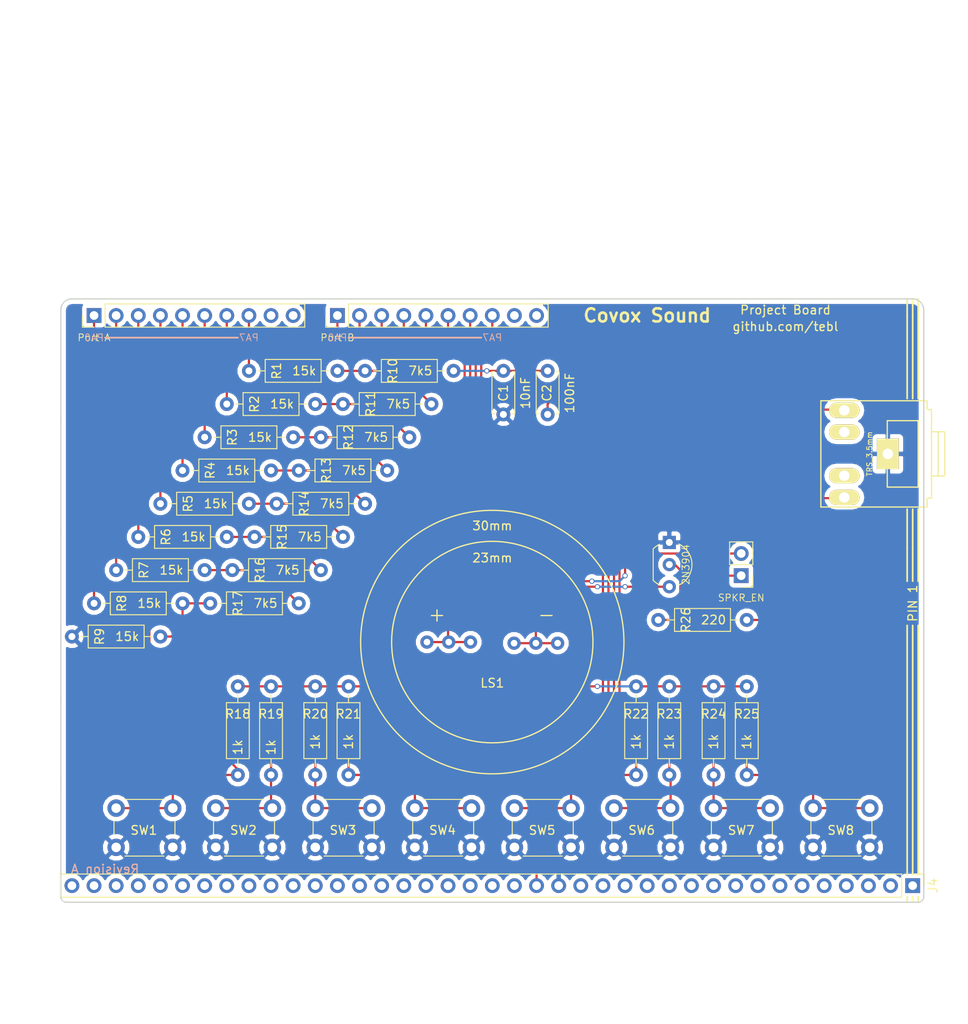
<source format=kicad_pcb>
(kicad_pcb (version 4) (host pcbnew 4.0.7)
  (layers (0 F.Cu signal) (31 B.Cu signal) (34 B.Paste user) (35 F.Paste user) (36 B.SilkS user) (37 F.SilkS user) (38 B.Mask user) (39 F.Mask user) (44 Edge.Cuts user))
  (net 0 "")
  (net 1 GND)
  (net 2 VCC)
  (net 3 "Net-(R13-Pad1)")
  (net 4 "Net-(R14-Pad1)")
  (net 5 "Net-(C1-Pad1)")
  (net 6 /PA0)
  (net 7 /PA1)
  (net 8 /PA2)
  (net 9 /PA3)
  (net 10 /PA4)
  (net 11 /PA5)
  (net 12 /PA6)
  (net 13 /PA7)
  (net 14 /PB0)
  (net 15 /PB1)
  (net 16 /PB2)
  (net 17 /PB3)
  (net 18 /PB4)
  (net 19 /PB5)
  (net 20 /PB6)
  (net 21 /PB7)
  (net 22 "Net-(R1-Pad2)")
  (net 23 "Net-(R11-Pad1)")
  (net 24 "Net-(R12-Pad1)")
  (net 25 "Net-(R15-Pad1)")
  (net 26 "Net-(R16-Pad1)")
  (net 27 "Net-(R17-Pad1)")
  (net 28 "Net-(LS1-Pad2)")
  (net 29 "Net-(JP1-Pad2)")
  (net 30 "Net-(Q1-Pad2)")
  (net 31 "Net-(C2-Pad2)")
  (module Capacitors_THT:C_Disc_D4.7mm_W2.5mm_P5.00mm (layer F.Cu) (at 151.13 86.36 270)
    (fp_text reference C1 (at 2.54 0 270) (layer F.SilkS))
    (fp_text value 10nF (at 2.54 -2.54 270) (layer F.SilkS))
    (pad 1 thru_hole circle (at 0 0 270) (size 1.6 1.6) (drill 0.8) (layers *.Cu *.Mask) (net 5 "Net-(C1-Pad1)"))
    (pad 2 thru_hole circle (at 5 0 270) (size 1.6 1.6) (drill 0.8) (layers *.Cu *.Mask) (net 1 GND))
  )
  (module Capacitors_THT:C_Disc_D4.7mm_W2.5mm_P5.00mm (layer F.Cu) (at 156.21 86.36 270)
    (fp_text reference C2 (at 2.54 0.084999 270) (layer F.SilkS))
    (fp_text value 100nF (at 2.54 -2.54 270) (layer F.SilkS))
    (pad 1 thru_hole circle (at 0 0 270) (size 1.6 1.6) (drill 0.8) (layers *.Cu *.Mask) (net 5 "Net-(C1-Pad1)"))
    (pad 2 thru_hole circle (at 5 0 270) (size 1.6 1.6) (drill 0.8) (layers *.Cu *.Mask) (net 31 "Net-(C2-Pad2)"))
  )
  (module Resistors_THT:R_Axial_DIN0207_L6.3mm_D2.5mm_P10.16mm_Horizontal (layer F.Cu) (at 133.35 132.715 90)
    (fp_text reference R21 (at 6.985 0 180) (layer F.SilkS))
    (fp_text value 1k (at 3.81 0 90) (layer F.SilkS))
    (pad 1 thru_hole circle (at 0 0 90) (size 1.6 1.6) (drill 0.8) (layers *.Cu *.Mask) (net 17 /PB3))
    (pad 2 thru_hole oval (at 10.16 0 90) (size 1.6 1.6) (drill 0.8) (layers *.Cu *.Mask) (net 2 VCC))
  )
  (module Resistors_THT:R_Axial_DIN0207_L6.3mm_D2.5mm_P10.16mm_Horizontal (layer F.Cu) (at 135.255 86.36)
    (fp_text reference R10 (at 3.175 0 90) (layer F.SilkS))
    (fp_text value 7k5 (at 6.35 0) (layer F.SilkS))
    (pad 1 thru_hole circle (at 0 0) (size 1.6 1.6) (drill 0.8) (layers *.Cu *.Mask) (net 22 "Net-(R1-Pad2)"))
    (pad 2 thru_hole oval (at 10.16 0) (size 1.6 1.6) (drill 0.8) (layers *.Cu *.Mask) (net 5 "Net-(C1-Pad1)"))
  )
  (module Buttons_Switches_THT:SW_PUSH_6mm (layer F.Cu) (at 106.68 136.525)
    (fp_text reference SW1 (at 3.175 2.54) (layer F.SilkS))
    (fp_text value SW_Push)
    (pad 2 thru_hole circle (at 0 4.5 90) (size 2 2) (drill 1.1) (layers *.Cu *.Mask) (net 1 GND))
    (pad 1 thru_hole circle (at 0 0 90) (size 2 2) (drill 1.1) (layers *.Cu *.Mask) (net 14 /PB0))
    (pad 2 thru_hole circle (at 6.5 4.5 90) (size 2 2) (drill 1.1) (layers *.Cu *.Mask) (net 1 GND))
    (pad 1 thru_hole circle (at 6.5 0 90) (size 2 2) (drill 1.1) (layers *.Cu *.Mask) (net 14 /PB0))
  )
  (module Buttons_Switches_THT:SW_PUSH_6mm (layer F.Cu) (at 118.11 136.525)
    (fp_text reference SW2 (at 3.175 2.54) (layer F.SilkS))
    (fp_text value SW_Push)
    (pad 2 thru_hole circle (at 0 4.5 90) (size 2 2) (drill 1.1) (layers *.Cu *.Mask) (net 1 GND))
    (pad 1 thru_hole circle (at 0 0 90) (size 2 2) (drill 1.1) (layers *.Cu *.Mask) (net 15 /PB1))
    (pad 2 thru_hole circle (at 6.5 4.5 90) (size 2 2) (drill 1.1) (layers *.Cu *.Mask) (net 1 GND))
    (pad 1 thru_hole circle (at 6.5 0 90) (size 2 2) (drill 1.1) (layers *.Cu *.Mask) (net 15 /PB1))
  )
  (module Resistors_THT:R_Axial_DIN0207_L6.3mm_D2.5mm_P10.16mm_Horizontal (layer F.Cu) (at 120.65 132.715 90)
    (fp_text reference R18 (at 6.985 0 180) (layer F.SilkS))
    (fp_text value 1k (at 3.175 0 90) (layer F.SilkS))
    (pad 1 thru_hole circle (at 0 0 90) (size 1.6 1.6) (drill 0.8) (layers *.Cu *.Mask) (net 14 /PB0))
    (pad 2 thru_hole oval (at 10.16 0 90) (size 1.6 1.6) (drill 0.8) (layers *.Cu *.Mask) (net 2 VCC))
  )
  (module Resistors_THT:R_Axial_DIN0207_L6.3mm_D2.5mm_P10.16mm_Horizontal (layer F.Cu) (at 124.46 132.715 90)
    (fp_text reference R19 (at 6.985 0 180) (layer F.SilkS))
    (fp_text value 1k (at 3.175 0 90) (layer F.SilkS))
    (pad 1 thru_hole circle (at 0 0 90) (size 1.6 1.6) (drill 0.8) (layers *.Cu *.Mask) (net 15 /PB1))
    (pad 2 thru_hole oval (at 10.16 0 90) (size 1.6 1.6) (drill 0.8) (layers *.Cu *.Mask) (net 2 VCC))
  )
  (module Resistors_THT:R_Axial_DIN0207_L6.3mm_D2.5mm_P10.16mm_Horizontal (layer F.Cu) (at 121.92 86.36)
    (fp_text reference R1 (at 3.175 0 90) (layer F.SilkS))
    (fp_text value 15k (at 6.35 0) (layer F.SilkS))
    (pad 1 thru_hole circle (at 0 0) (size 1.6 1.6) (drill 0.8) (layers *.Cu *.Mask) (net 13 /PA7))
    (pad 2 thru_hole oval (at 10.16 0) (size 1.6 1.6) (drill 0.8) (layers *.Cu *.Mask) (net 22 "Net-(R1-Pad2)"))
  )
  (module Resistors_THT:R_Axial_DIN0207_L6.3mm_D2.5mm_P10.16mm_Horizontal (layer F.Cu) (at 119.38 90.17)
    (fp_text reference R2 (at 3.175 0 90) (layer F.SilkS))
    (fp_text value 15k (at 6.35 0) (layer F.SilkS))
    (pad 1 thru_hole circle (at 0 0) (size 1.6 1.6) (drill 0.8) (layers *.Cu *.Mask) (net 12 /PA6))
    (pad 2 thru_hole oval (at 10.16 0) (size 1.6 1.6) (drill 0.8) (layers *.Cu *.Mask) (net 23 "Net-(R11-Pad1)"))
  )
  (module Resistors_THT:R_Axial_DIN0207_L6.3mm_D2.5mm_P10.16mm_Horizontal (layer F.Cu) (at 116.84 93.98)
    (fp_text reference R3 (at 3.175 0 90) (layer F.SilkS))
    (fp_text value 15k (at 6.35 0) (layer F.SilkS))
    (pad 1 thru_hole circle (at 0 0) (size 1.6 1.6) (drill 0.8) (layers *.Cu *.Mask) (net 11 /PA5))
    (pad 2 thru_hole oval (at 10.16 0) (size 1.6 1.6) (drill 0.8) (layers *.Cu *.Mask) (net 24 "Net-(R12-Pad1)"))
  )
  (module Resistors_THT:R_Axial_DIN0207_L6.3mm_D2.5mm_P10.16mm_Horizontal (layer F.Cu) (at 114.3 97.79)
    (fp_text reference R4 (at 3.175 0 90) (layer F.SilkS))
    (fp_text value 15k (at 6.35 0) (layer F.SilkS))
    (pad 1 thru_hole circle (at 0 0) (size 1.6 1.6) (drill 0.8) (layers *.Cu *.Mask) (net 10 /PA4))
    (pad 2 thru_hole oval (at 10.16 0) (size 1.6 1.6) (drill 0.8) (layers *.Cu *.Mask) (net 3 "Net-(R13-Pad1)"))
  )
  (module Resistors_THT:R_Axial_DIN0207_L6.3mm_D2.5mm_P10.16mm_Horizontal (layer F.Cu) (at 111.76 101.6)
    (fp_text reference R5 (at 3.175 0 90) (layer F.SilkS))
    (fp_text value 15k (at 6.35 0) (layer F.SilkS))
    (pad 1 thru_hole circle (at 0 0) (size 1.6 1.6) (drill 0.8) (layers *.Cu *.Mask) (net 9 /PA3))
    (pad 2 thru_hole oval (at 10.16 0) (size 1.6 1.6) (drill 0.8) (layers *.Cu *.Mask) (net 4 "Net-(R14-Pad1)"))
  )
  (module Resistors_THT:R_Axial_DIN0207_L6.3mm_D2.5mm_P10.16mm_Horizontal (layer F.Cu) (at 109.22 105.41)
    (fp_text reference R6 (at 3.175 0 90) (layer F.SilkS))
    (fp_text value 15k (at 6.35 0) (layer F.SilkS))
    (pad 1 thru_hole circle (at 0 0) (size 1.6 1.6) (drill 0.8) (layers *.Cu *.Mask) (net 8 /PA2))
    (pad 2 thru_hole oval (at 10.16 0) (size 1.6 1.6) (drill 0.8) (layers *.Cu *.Mask) (net 25 "Net-(R15-Pad1)"))
  )
  (module Resistors_THT:R_Axial_DIN0207_L6.3mm_D2.5mm_P10.16mm_Horizontal (layer F.Cu) (at 106.68 109.22)
    (fp_text reference R7 (at 3.175 0 90) (layer F.SilkS))
    (fp_text value 15k (at 6.35 0) (layer F.SilkS))
    (pad 1 thru_hole circle (at 0 0) (size 1.6 1.6) (drill 0.8) (layers *.Cu *.Mask) (net 7 /PA1))
    (pad 2 thru_hole oval (at 10.16 0) (size 1.6 1.6) (drill 0.8) (layers *.Cu *.Mask) (net 26 "Net-(R16-Pad1)"))
  )
  (module Resistors_THT:R_Axial_DIN0207_L6.3mm_D2.5mm_P10.16mm_Horizontal (layer F.Cu) (at 104.14 113.03)
    (fp_text reference R8 (at 3.175 0 90) (layer F.SilkS))
    (fp_text value 15k (at 6.35 0) (layer F.SilkS))
    (pad 1 thru_hole circle (at 0 0) (size 1.6 1.6) (drill 0.8) (layers *.Cu *.Mask) (net 6 /PA0))
    (pad 2 thru_hole oval (at 10.16 0) (size 1.6 1.6) (drill 0.8) (layers *.Cu *.Mask) (net 27 "Net-(R17-Pad1)"))
  )
  (module Resistors_THT:R_Axial_DIN0207_L6.3mm_D2.5mm_P10.16mm_Horizontal (layer F.Cu) (at 101.6 116.84)
    (fp_text reference R9 (at 3.175 0 90) (layer F.SilkS))
    (fp_text value 15k (at 6.35 0) (layer F.SilkS))
    (pad 1 thru_hole circle (at 0 0) (size 1.6 1.6) (drill 0.8) (layers *.Cu *.Mask) (net 1 GND))
    (pad 2 thru_hole oval (at 10.16 0) (size 1.6 1.6) (drill 0.8) (layers *.Cu *.Mask) (net 27 "Net-(R17-Pad1)"))
  )
  (module Resistors_THT:R_Axial_DIN0207_L6.3mm_D2.5mm_P10.16mm_Horizontal (layer F.Cu) (at 129.54 132.715 90)
    (fp_text reference R20 (at 6.985 0 180) (layer F.SilkS))
    (fp_text value 1k (at 3.81 0 90) (layer F.SilkS))
    (pad 1 thru_hole circle (at 0 0 90) (size 1.6 1.6) (drill 0.8) (layers *.Cu *.Mask) (net 16 /PB2))
    (pad 2 thru_hole oval (at 10.16 0 90) (size 1.6 1.6) (drill 0.8) (layers *.Cu *.Mask) (net 2 VCC))
  )
  (module Resistors_THT:R_Axial_DIN0207_L6.3mm_D2.5mm_P10.16mm_Horizontal (layer F.Cu) (at 132.715 90.17)
    (fp_text reference R11 (at 3.175 0 90) (layer F.SilkS))
    (fp_text value 7k5 (at 6.35 0) (layer F.SilkS))
    (pad 1 thru_hole circle (at 0 0) (size 1.6 1.6) (drill 0.8) (layers *.Cu *.Mask) (net 23 "Net-(R11-Pad1)"))
    (pad 2 thru_hole oval (at 10.16 0) (size 1.6 1.6) (drill 0.8) (layers *.Cu *.Mask) (net 22 "Net-(R1-Pad2)"))
  )
  (module Resistors_THT:R_Axial_DIN0207_L6.3mm_D2.5mm_P10.16mm_Horizontal (layer F.Cu) (at 130.175 93.98)
    (fp_text reference R12 (at 3.175 0 90) (layer F.SilkS))
    (fp_text value 7k5 (at 6.35 0) (layer F.SilkS))
    (pad 1 thru_hole circle (at 0 0) (size 1.6 1.6) (drill 0.8) (layers *.Cu *.Mask) (net 24 "Net-(R12-Pad1)"))
    (pad 2 thru_hole oval (at 10.16 0) (size 1.6 1.6) (drill 0.8) (layers *.Cu *.Mask) (net 23 "Net-(R11-Pad1)"))
  )
  (module Resistors_THT:R_Axial_DIN0207_L6.3mm_D2.5mm_P10.16mm_Horizontal (layer F.Cu) (at 127.635 97.79)
    (fp_text reference R13 (at 3.175 0 90) (layer F.SilkS))
    (fp_text value 7k5 (at 6.35 0) (layer F.SilkS))
    (pad 1 thru_hole circle (at 0 0) (size 1.6 1.6) (drill 0.8) (layers *.Cu *.Mask) (net 3 "Net-(R13-Pad1)"))
    (pad 2 thru_hole oval (at 10.16 0) (size 1.6 1.6) (drill 0.8) (layers *.Cu *.Mask) (net 24 "Net-(R12-Pad1)"))
  )
  (module Resistors_THT:R_Axial_DIN0207_L6.3mm_D2.5mm_P10.16mm_Horizontal (layer F.Cu) (at 125.095 101.6)
    (fp_text reference R14 (at 3.175 0 90) (layer F.SilkS))
    (fp_text value 7k5 (at 6.35 0) (layer F.SilkS))
    (pad 1 thru_hole circle (at 0 0) (size 1.6 1.6) (drill 0.8) (layers *.Cu *.Mask) (net 4 "Net-(R14-Pad1)"))
    (pad 2 thru_hole oval (at 10.16 0) (size 1.6 1.6) (drill 0.8) (layers *.Cu *.Mask) (net 3 "Net-(R13-Pad1)"))
  )
  (module Resistors_THT:R_Axial_DIN0207_L6.3mm_D2.5mm_P10.16mm_Horizontal (layer F.Cu) (at 122.555 105.41)
    (fp_text reference R15 (at 3.175 0 90) (layer F.SilkS))
    (fp_text value 7k5 (at 6.35 0) (layer F.SilkS))
    (pad 1 thru_hole circle (at 0 0) (size 1.6 1.6) (drill 0.8) (layers *.Cu *.Mask) (net 25 "Net-(R15-Pad1)"))
    (pad 2 thru_hole oval (at 10.16 0) (size 1.6 1.6) (drill 0.8) (layers *.Cu *.Mask) (net 4 "Net-(R14-Pad1)"))
  )
  (module Resistors_THT:R_Axial_DIN0207_L6.3mm_D2.5mm_P10.16mm_Horizontal (layer F.Cu) (at 120.015 109.22)
    (fp_text reference R16 (at 3.175 0 90) (layer F.SilkS))
    (fp_text value 7k5 (at 6.35 0) (layer F.SilkS))
    (pad 1 thru_hole circle (at 0 0) (size 1.6 1.6) (drill 0.8) (layers *.Cu *.Mask) (net 26 "Net-(R16-Pad1)"))
    (pad 2 thru_hole oval (at 10.16 0) (size 1.6 1.6) (drill 0.8) (layers *.Cu *.Mask) (net 25 "Net-(R15-Pad1)"))
  )
  (module Resistors_THT:R_Axial_DIN0207_L6.3mm_D2.5mm_P10.16mm_Horizontal (layer F.Cu) (at 117.475 113.03)
    (fp_text reference R17 (at 3.175 0 90) (layer F.SilkS))
    (fp_text value 7k5 (at 6.35 0) (layer F.SilkS))
    (pad 1 thru_hole circle (at 0 0) (size 1.6 1.6) (drill 0.8) (layers *.Cu *.Mask) (net 27 "Net-(R17-Pad1)"))
    (pad 2 thru_hole oval (at 10.16 0) (size 1.6 1.6) (drill 0.8) (layers *.Cu *.Mask) (net 26 "Net-(R16-Pad1)"))
  )
  (module Resistors_THT:R_Axial_DIN0207_L6.3mm_D2.5mm_P10.16mm_Horizontal (layer F.Cu) (at 166.37 132.715 90)
    (fp_text reference R22 (at 6.985 0 180) (layer F.SilkS))
    (fp_text value 1k (at 3.81 0 90) (layer F.SilkS))
    (pad 1 thru_hole circle (at 0 0 90) (size 1.6 1.6) (drill 0.8) (layers *.Cu *.Mask) (net 18 /PB4))
    (pad 2 thru_hole oval (at 10.16 0 90) (size 1.6 1.6) (drill 0.8) (layers *.Cu *.Mask) (net 2 VCC))
  )
  (module Resistors_THT:R_Axial_DIN0207_L6.3mm_D2.5mm_P10.16mm_Horizontal (layer F.Cu) (at 170.18 132.715 90)
    (fp_text reference R23 (at 6.985 0 180) (layer F.SilkS))
    (fp_text value 1k (at 3.81 0 90) (layer F.SilkS))
    (pad 1 thru_hole circle (at 0 0 90) (size 1.6 1.6) (drill 0.8) (layers *.Cu *.Mask) (net 19 /PB5))
    (pad 2 thru_hole oval (at 10.16 0 90) (size 1.6 1.6) (drill 0.8) (layers *.Cu *.Mask) (net 2 VCC))
  )
  (module Resistors_THT:R_Axial_DIN0207_L6.3mm_D2.5mm_P10.16mm_Horizontal (layer F.Cu) (at 175.26 132.715 90)
    (fp_text reference R24 (at 6.985 0 180) (layer F.SilkS))
    (fp_text value 1k (at 3.81 0 90) (layer F.SilkS))
    (pad 1 thru_hole circle (at 0 0 90) (size 1.6 1.6) (drill 0.8) (layers *.Cu *.Mask) (net 20 /PB6))
    (pad 2 thru_hole oval (at 10.16 0 90) (size 1.6 1.6) (drill 0.8) (layers *.Cu *.Mask) (net 2 VCC))
  )
  (module Resistors_THT:R_Axial_DIN0207_L6.3mm_D2.5mm_P10.16mm_Horizontal (layer F.Cu) (at 179.07 132.715 90)
    (fp_text reference R25 (at 6.985 0 180) (layer F.SilkS))
    (fp_text value 1k (at 3.81 0 90) (layer F.SilkS))
    (pad 1 thru_hole circle (at 0 0 90) (size 1.6 1.6) (drill 0.8) (layers *.Cu *.Mask) (net 21 /PB7))
    (pad 2 thru_hole oval (at 10.16 0 90) (size 1.6 1.6) (drill 0.8) (layers *.Cu *.Mask) (net 2 VCC))
  )
  (module Buttons_Switches_THT:SW_PUSH_6mm (layer F.Cu) (at 129.54 136.525)
    (fp_text reference SW3 (at 3.175 2.54) (layer F.SilkS))
    (fp_text value SW_Push)
    (pad 2 thru_hole circle (at 0 4.5 90) (size 2 2) (drill 1.1) (layers *.Cu *.Mask) (net 1 GND))
    (pad 1 thru_hole circle (at 0 0 90) (size 2 2) (drill 1.1) (layers *.Cu *.Mask) (net 16 /PB2))
    (pad 2 thru_hole circle (at 6.5 4.5 90) (size 2 2) (drill 1.1) (layers *.Cu *.Mask) (net 1 GND))
    (pad 1 thru_hole circle (at 6.5 0 90) (size 2 2) (drill 1.1) (layers *.Cu *.Mask) (net 16 /PB2))
  )
  (module Buttons_Switches_THT:SW_PUSH_6mm (layer F.Cu) (at 140.97 136.525)
    (fp_text reference SW4 (at 3.175 2.54) (layer F.SilkS))
    (fp_text value SW_Push)
    (pad 2 thru_hole circle (at 0 4.5 90) (size 2 2) (drill 1.1) (layers *.Cu *.Mask) (net 1 GND))
    (pad 1 thru_hole circle (at 0 0 90) (size 2 2) (drill 1.1) (layers *.Cu *.Mask) (net 17 /PB3))
    (pad 2 thru_hole circle (at 6.5 4.5 90) (size 2 2) (drill 1.1) (layers *.Cu *.Mask) (net 1 GND))
    (pad 1 thru_hole circle (at 6.5 0 90) (size 2 2) (drill 1.1) (layers *.Cu *.Mask) (net 17 /PB3))
  )
  (module Buttons_Switches_THT:SW_PUSH_6mm (layer F.Cu) (at 152.4 136.525)
    (fp_text reference SW5 (at 3.175 2.54) (layer F.SilkS))
    (fp_text value SW_Push)
    (pad 2 thru_hole circle (at 0 4.5 90) (size 2 2) (drill 1.1) (layers *.Cu *.Mask) (net 1 GND))
    (pad 1 thru_hole circle (at 0 0 90) (size 2 2) (drill 1.1) (layers *.Cu *.Mask) (net 18 /PB4))
    (pad 2 thru_hole circle (at 6.5 4.5 90) (size 2 2) (drill 1.1) (layers *.Cu *.Mask) (net 1 GND))
    (pad 1 thru_hole circle (at 6.5 0 90) (size 2 2) (drill 1.1) (layers *.Cu *.Mask) (net 18 /PB4))
  )
  (module Buttons_Switches_THT:SW_PUSH_6mm (layer F.Cu) (at 163.83 136.525)
    (fp_text reference SW6 (at 3.175 2.54) (layer F.SilkS))
    (fp_text value SW_Push)
    (pad 2 thru_hole circle (at 0 4.5 90) (size 2 2) (drill 1.1) (layers *.Cu *.Mask) (net 1 GND))
    (pad 1 thru_hole circle (at 0 0 90) (size 2 2) (drill 1.1) (layers *.Cu *.Mask) (net 19 /PB5))
    (pad 2 thru_hole circle (at 6.5 4.5 90) (size 2 2) (drill 1.1) (layers *.Cu *.Mask) (net 1 GND))
    (pad 1 thru_hole circle (at 6.5 0 90) (size 2 2) (drill 1.1) (layers *.Cu *.Mask) (net 19 /PB5))
  )
  (module Buttons_Switches_THT:SW_PUSH_6mm (layer F.Cu) (at 175.26 136.525)
    (fp_text reference SW7 (at 3.175 2.54) (layer F.SilkS))
    (fp_text value SW_Push)
    (pad 2 thru_hole circle (at 0 4.5 90) (size 2 2) (drill 1.1) (layers *.Cu *.Mask) (net 1 GND))
    (pad 1 thru_hole circle (at 0 0 90) (size 2 2) (drill 1.1) (layers *.Cu *.Mask) (net 20 /PB6))
    (pad 2 thru_hole circle (at 6.5 4.5 90) (size 2 2) (drill 1.1) (layers *.Cu *.Mask) (net 1 GND))
    (pad 1 thru_hole circle (at 6.5 0 90) (size 2 2) (drill 1.1) (layers *.Cu *.Mask) (net 20 /PB6))
  )
  (module Buttons_Switches_THT:SW_PUSH_6mm (layer F.Cu) (at 186.69 136.525)
    (fp_text reference SW8 (at 3.175 2.54) (layer F.SilkS))
    (fp_text value SW_Push)
    (pad 2 thru_hole circle (at 0 4.5 90) (size 2 2) (drill 1.1) (layers *.Cu *.Mask) (net 1 GND))
    (pad 1 thru_hole circle (at 0 0 90) (size 2 2) (drill 1.1) (layers *.Cu *.Mask) (net 21 /PB7))
    (pad 2 thru_hole circle (at 6.5 4.5 90) (size 2 2) (drill 1.1) (layers *.Cu *.Mask) (net 1 GND))
    (pad 1 thru_hole circle (at 6.5 0 90) (size 2 2) (drill 1.1) (layers *.Cu *.Mask) (net 21 /PB7))
  )
  (module Pin_Headers:Pin_Header_Straight_1x10_Pitch2.54mm (layer F.Cu) (at 104.14 80.01 90)
    (fp_text reference J1)
    (fp_text value "Port A" (at -2.54 0 180) (layer F.SilkS) (effects (font (size 0.8 0.8) (thickness 0.1))))
    (pad 1 thru_hole rect (at 0 0 90) (size 1.7 1.7) (drill 1) (layers *.Cu *.Mask) (net 6 /PA0))
    (pad 2 thru_hole oval (at 0 2.54 90) (size 1.7 1.7) (drill 1) (layers *.Cu *.Mask) (net 7 /PA1))
    (pad 3 thru_hole oval (at 0 5.08 90) (size 1.7 1.7) (drill 1) (layers *.Cu *.Mask) (net 8 /PA2))
    (pad 4 thru_hole oval (at 0 7.62 90) (size 1.7 1.7) (drill 1) (layers *.Cu *.Mask) (net 9 /PA3))
    (pad 5 thru_hole oval (at 0 10.16 90) (size 1.7 1.7) (drill 1) (layers *.Cu *.Mask) (net 10 /PA4))
    (pad 6 thru_hole oval (at 0 12.7 90) (size 1.7 1.7) (drill 1) (layers *.Cu *.Mask) (net 11 /PA5))
    (pad 7 thru_hole oval (at 0 15.24 90) (size 1.7 1.7) (drill 1) (layers *.Cu *.Mask) (net 12 /PA6))
    (pad 8 thru_hole oval (at 0 17.78 90) (size 1.7 1.7) (drill 1) (layers *.Cu *.Mask) (net 13 /PA7))
    (pad 9 thru_hole oval (at 0 20.32 90) (size 1.7 1.7) (drill 1) (layers *.Cu *.Mask))
    (pad 10 thru_hole oval (at 0 22.86 90) (size 1.7 1.7) (drill 1) (layers *.Cu *.Mask))
  )
  (module Pin_Headers:Pin_Header_Straight_1x39_Pitch2.54mm (layer F.Cu) (at 198.12 145.415 270)
    (fp_text reference J4 (at 0 -2.33 270) (layer F.SilkS))
    (fp_text value Signals)
    (pad 1 thru_hole rect (at 0 0 270) (size 1.7 1.7) (drill 1) (layers *.Cu *.Mask))
    (pad 2 thru_hole oval (at 0 2.54 270) (size 1.7 1.7) (drill 1) (layers *.Cu *.Mask))
    (pad 3 thru_hole oval (at 0 5.08 270) (size 1.7 1.7) (drill 1) (layers *.Cu *.Mask))
    (pad 4 thru_hole oval (at 0 7.62 270) (size 1.7 1.7) (drill 1) (layers *.Cu *.Mask))
    (pad 5 thru_hole oval (at 0 10.16 270) (size 1.7 1.7) (drill 1) (layers *.Cu *.Mask))
    (pad 6 thru_hole oval (at 0 12.7 270) (size 1.7 1.7) (drill 1) (layers *.Cu *.Mask))
    (pad 7 thru_hole oval (at 0 15.24 270) (size 1.7 1.7) (drill 1) (layers *.Cu *.Mask))
    (pad 8 thru_hole oval (at 0 17.78 270) (size 1.7 1.7) (drill 1) (layers *.Cu *.Mask))
    (pad 9 thru_hole oval (at 0 20.32 270) (size 1.7 1.7) (drill 1) (layers *.Cu *.Mask))
    (pad 10 thru_hole oval (at 0 22.86 270) (size 1.7 1.7) (drill 1) (layers *.Cu *.Mask))
    (pad 11 thru_hole oval (at 0 25.4 270) (size 1.7 1.7) (drill 1) (layers *.Cu *.Mask))
    (pad 12 thru_hole oval (at 0 27.94 270) (size 1.7 1.7) (drill 1) (layers *.Cu *.Mask))
    (pad 13 thru_hole oval (at 0 30.48 270) (size 1.7 1.7) (drill 1) (layers *.Cu *.Mask))
    (pad 14 thru_hole oval (at 0 33.02 270) (size 1.7 1.7) (drill 1) (layers *.Cu *.Mask))
    (pad 15 thru_hole oval (at 0 35.56 270) (size 1.7 1.7) (drill 1) (layers *.Cu *.Mask))
    (pad 16 thru_hole oval (at 0 38.1 270) (size 1.7 1.7) (drill 1) (layers *.Cu *.Mask))
    (pad 17 thru_hole oval (at 0 40.64 270) (size 1.7 1.7) (drill 1) (layers *.Cu *.Mask) (net 1 GND))
    (pad 18 thru_hole oval (at 0 43.18 270) (size 1.7 1.7) (drill 1) (layers *.Cu *.Mask) (net 2 VCC))
    (pad 19 thru_hole oval (at 0 45.72 270) (size 1.7 1.7) (drill 1) (layers *.Cu *.Mask))
    (pad 20 thru_hole oval (at 0 48.26 270) (size 1.7 1.7) (drill 1) (layers *.Cu *.Mask))
    (pad 21 thru_hole oval (at 0 50.8 270) (size 1.7 1.7) (drill 1) (layers *.Cu *.Mask))
    (pad 22 thru_hole oval (at 0 53.34 270) (size 1.7 1.7) (drill 1) (layers *.Cu *.Mask))
    (pad 23 thru_hole oval (at 0 55.88 270) (size 1.7 1.7) (drill 1) (layers *.Cu *.Mask))
    (pad 24 thru_hole oval (at 0 58.42 270) (size 1.7 1.7) (drill 1) (layers *.Cu *.Mask))
    (pad 25 thru_hole oval (at 0 60.96 270) (size 1.7 1.7) (drill 1) (layers *.Cu *.Mask))
    (pad 26 thru_hole oval (at 0 63.5 270) (size 1.7 1.7) (drill 1) (layers *.Cu *.Mask))
    (pad 27 thru_hole oval (at 0 66.04 270) (size 1.7 1.7) (drill 1) (layers *.Cu *.Mask))
    (pad 28 thru_hole oval (at 0 68.58 270) (size 1.7 1.7) (drill 1) (layers *.Cu *.Mask))
    (pad 29 thru_hole oval (at 0 71.12 270) (size 1.7 1.7) (drill 1) (layers *.Cu *.Mask))
    (pad 30 thru_hole oval (at 0 73.66 270) (size 1.7 1.7) (drill 1) (layers *.Cu *.Mask))
    (pad 31 thru_hole oval (at 0 76.2 270) (size 1.7 1.7) (drill 1) (layers *.Cu *.Mask))
    (pad 32 thru_hole oval (at 0 78.74 270) (size 1.7 1.7) (drill 1) (layers *.Cu *.Mask))
    (pad 33 thru_hole oval (at 0 81.28 270) (size 1.7 1.7) (drill 1) (layers *.Cu *.Mask))
    (pad 34 thru_hole oval (at 0 83.82 270) (size 1.7 1.7) (drill 1) (layers *.Cu *.Mask))
    (pad 35 thru_hole oval (at 0 86.36 270) (size 1.7 1.7) (drill 1) (layers *.Cu *.Mask))
    (pad 36 thru_hole oval (at 0 88.9 270) (size 1.7 1.7) (drill 1) (layers *.Cu *.Mask))
    (pad 37 thru_hole oval (at 0 91.44 270) (size 1.7 1.7) (drill 1) (layers *.Cu *.Mask))
    (pad 38 thru_hole oval (at 0 93.98 270) (size 1.7 1.7) (drill 1) (layers *.Cu *.Mask))
    (pad 39 thru_hole oval (at 0 96.52 270) (size 1.7 1.7) (drill 1) (layers *.Cu *.Mask))
  )
  (module Pin_Headers:Pin_Header_Straight_1x10_Pitch2.54mm (layer F.Cu) (at 132.08 80.01 90)
    (fp_text reference J3)
    (fp_text value "Port B" (at -2.54 0 180) (layer F.SilkS) (effects (font (size 0.8 0.8) (thickness 0.1))))
    (pad 1 thru_hole rect (at 0 0 90) (size 1.7 1.7) (drill 1) (layers *.Cu *.Mask) (net 14 /PB0))
    (pad 2 thru_hole oval (at 0 2.54 90) (size 1.7 1.7) (drill 1) (layers *.Cu *.Mask) (net 15 /PB1))
    (pad 3 thru_hole oval (at 0 5.08 90) (size 1.7 1.7) (drill 1) (layers *.Cu *.Mask) (net 16 /PB2))
    (pad 4 thru_hole oval (at 0 7.62 90) (size 1.7 1.7) (drill 1) (layers *.Cu *.Mask) (net 17 /PB3))
    (pad 5 thru_hole oval (at 0 10.16 90) (size 1.7 1.7) (drill 1) (layers *.Cu *.Mask) (net 18 /PB4))
    (pad 6 thru_hole oval (at 0 12.7 90) (size 1.7 1.7) (drill 1) (layers *.Cu *.Mask) (net 19 /PB5))
    (pad 7 thru_hole oval (at 0 15.24 90) (size 1.7 1.7) (drill 1) (layers *.Cu *.Mask) (net 20 /PB6))
    (pad 8 thru_hole oval (at 0 17.78 90) (size 1.7 1.7) (drill 1) (layers *.Cu *.Mask) (net 21 /PB7))
    (pad 9 thru_hole oval (at 0 20.32 90) (size 1.7 1.7) (drill 1) (layers *.Cu *.Mask))
    (pad 10 thru_hole oval (at 0 22.86 90) (size 1.7 1.7) (drill 1) (layers *.Cu *.Mask))
  )
  (module trs:Tayda_3.5mm_stereo_TRS_jack_A-853 (layer F.Cu) (at 193.675 95.885 270)
    (fp_text reference J2)
    (fp_text value TRS_3.5mm (at 0 0.508 270) (layer F.SilkS) (effects (font (size 0.6 0.6) (thickness 0.1))))
    (pad 1 thru_hole rect (at 0 -1.596 270) (size 3.5 2.5) (drill 1.2) (layers *.Cu *.Mask F.SilkS) (net 1 GND))
    (pad 2 thru_hole oval (at 5 3.41 270) (size 1.75 3.5) (drill 1.2) (layers *.Cu *.Mask F.SilkS) (net 31 "Net-(C2-Pad2)"))
    (pad 5 thru_hole oval (at -5 3.41 270) (size 1.75 3.5) (drill 1.2) (layers *.Cu *.Mask F.SilkS) (net 31 "Net-(C2-Pad2)"))
    (pad 3 thru_hole oval (at 2.5 3.41 270) (size 1.75 3.5) (drill 1.2) (layers *.Cu *.Mask F.SilkS))
    (pad 4 thru_hole oval (at -2.5 3.41 270) (size 1.75 3.5) (drill 1.2) (layers *.Cu *.Mask F.SilkS))
  )
  (module Pin_Headers:Pin_Header_Straight_1x02_Pitch2.54mm (layer F.Cu) (at 178.435 109.855 180)
    (fp_text reference JP1)
    (fp_text value SPKR_EN (at 0 -2.54 180) (layer F.SilkS) (effects (font (size 0.8 0.8) (thickness 0.1))))
    (pad 1 thru_hole rect (at 0 0 180) (size 1.7 1.7) (drill 1) (layers *.Cu *.Mask) (net 2 VCC))
    (pad 2 thru_hole oval (at 0 2.54 180) (size 1.7 1.7) (drill 1) (layers *.Cu *.Mask) (net 29 "Net-(JP1-Pad2)"))
  )
  (module Resistors_THT:R_Axial_DIN0207_L6.3mm_D2.5mm_P10.16mm_Horizontal (layer F.Cu) (at 179.07 114.935 180)
    (fp_text reference R26 (at 6.985 0 270) (layer F.SilkS))
    (fp_text value 220 (at 3.81 0 180) (layer F.SilkS))
    (pad 1 thru_hole circle (at 0 0 180) (size 1.6 1.6) (drill 0.8) (layers *.Cu *.Mask) (net 31 "Net-(C2-Pad2)"))
    (pad 2 thru_hole oval (at 10.16 0 180) (size 1.6 1.6) (drill 0.8) (layers *.Cu *.Mask) (net 30 "Net-(Q1-Pad2)"))
  )
  (module speaker:Mini_Speaker (layer F.Cu) (at 149.86 117.475)
    (fp_text reference LS1 (at 0 4.699) (layer F.SilkS))
    (fp_text value Speaker)
    (fp_text user 23mm (at 0 -9.652) (layer F.SilkS))
    (fp_text user 30mm (at 0 -13.335) (layer F.SilkS))
    (pad 2 thru_hole circle (at 2.5 0.127) (size 1.524 1.524) (drill 0.762) (layers *.Cu *.Mask) (net 28 "Net-(LS1-Pad2)"))
    (pad 1 thru_hole circle (at -2.5 0) (size 1.524 1.524) (drill 0.762) (layers *.Cu *.Mask) (net 29 "Net-(JP1-Pad2)"))
    (pad 2 thru_hole circle (at 5 0.127) (size 1.524 1.524) (drill 0.762) (layers *.Cu *.Mask) (net 28 "Net-(LS1-Pad2)"))
    (pad 1 thru_hole circle (at -5 0) (size 1.524 1.524) (drill 0.762) (layers *.Cu *.Mask) (net 29 "Net-(JP1-Pad2)"))
    (pad 1 thru_hole circle (at -7.5 0) (size 1.524 1.524) (drill 0.762) (layers *.Cu *.Mask) (net 29 "Net-(JP1-Pad2)"))
    (pad 2 thru_hole circle (at 7.5 0.127) (size 1.524 1.524) (drill 0.762) (layers *.Cu *.Mask) (net 28 "Net-(LS1-Pad2)"))
  )
  (module TO_SOT_Packages_THT:TO-92_Inline_Wide (layer F.Cu) (at 170.18 106.045 270)
    (fp_text reference Q1)
    (fp_text value 2N3904 (at 2.54 -1.905 270) (layer F.SilkS) (effects (font (size 0.8 0.8) (thickness 0.1))))
    (pad 2 thru_hole circle (at 2.54 0) (size 1.52 1.52) (drill 0.8) (layers *.Cu *.Mask) (net 30 "Net-(Q1-Pad2)"))
    (pad 3 thru_hole circle (at 5.08 0) (size 1.52 1.52) (drill 0.8) (layers *.Cu *.Mask) (net 28 "Net-(LS1-Pad2)"))
    (pad 1 thru_hole rect (at 0 0) (size 1.52 1.52) (drill 0.8) (layers *.Cu *.Mask) (net 1 GND))
  )
  (gr_line (start 133.35 82.55) (end 148.59 82.55) (angle 90) (layer B.SilkS) (width 0.2))
  (gr_text PA0 (at 132.08 82.55) (layer B.SilkS) (effects (font (size 0.8 0.8) (thickness 0.1)) (justify mirror)))
  (gr_text PA7 (at 149.86 82.55) (layer B.SilkS) (effects (font (size 0.8 0.8) (thickness 0.1)) (justify mirror)))
  (gr_line (start 198.755 89.535) (end 198.755 80.01) (angle 90) (layer F.SilkS) (width 0.2))
  (gr_line (start 198.12 80.01) (end 198.12 89.535) (angle 90) (layer F.SilkS) (width 0.2))
  (gr_line (start 197.485 89.535) (end 197.485 80.01) (angle 90) (layer F.SilkS) (width 0.2))
  (gr_line (start 198.755 106.68) (end 198.755 102.235) (angle 90) (layer F.SilkS) (width 0.2))
  (gr_line (start 198.12 102.235) (end 198.12 106.68) (angle 90) (layer F.SilkS) (width 0.2))
  (gr_line (start 197.485 106.68) (end 197.485 102.235) (angle 90) (layer F.SilkS) (width 0.2))
  (gr_line (start 198.755 110.49) (end 198.755 106.68) (angle 90) (layer F.SilkS) (width 0.2))
  (gr_line (start 198.12 106.68) (end 198.12 110.49) (angle 90) (layer F.SilkS) (width 0.2))
  (gr_line (start 197.485 110.49) (end 197.485 106.68) (angle 90) (layer F.SilkS) (width 0.2))
  (gr_line (start 105.41 82.55) (end 120.65 82.55) (angle 90) (layer B.SilkS) (width 0.2))
  (gr_text PA7 (at 121.92 82.55) (layer B.SilkS) (effects (font (size 0.8 0.8) (thickness 0.1)) (justify mirror)))
  (gr_text PA0 (at 104.14 82.55) (layer B.SilkS) (effects (font (size 0.8 0.8) (thickness 0.1)) (justify mirror)))
  (gr_line (start 198.755 146.685) (end 198.755 147.32) (angle 90) (layer F.SilkS) (width 0.2))
  (gr_line (start 198.12 146.685) (end 198.12 147.32) (angle 90) (layer F.SilkS) (width 0.2))
  (gr_line (start 197.485 146.685) (end 197.485 147.32) (angle 90) (layer F.SilkS) (width 0.2))
  (gr_line (start 198.755 115.57) (end 198.755 144.145) (angle 90) (layer F.SilkS) (width 0.2))
  (gr_line (start 198.12 144.145) (end 198.12 115.57) (angle 90) (layer F.SilkS) (width 0.2))
  (gr_line (start 197.485 115.57) (end 197.485 144.145) (angle 90) (layer F.SilkS) (width 0.2))
  (gr_line (start 100.33 146.685) (end 100.33 133.985) (angle 90) (layer Edge.Cuts) (width 0.15))
  (gr_line (start 199.39 146.685) (end 199.39 79.375) (angle 90) (layer Edge.Cuts) (width 0.15))
  (gr_line (start 100.965 147.32) (end 198.755 147.32) (angle 90) (layer Edge.Cuts) (width 0.15))
  (gr_arc (start 100.965 146.685) (end 100.965 147.32) (angle 90) (layer Edge.Cuts) (width 0.15))
  (gr_arc (start 198.755 146.685) (end 199.39 146.685) (angle 90) (layer Edge.Cuts) (width 0.15))
  (gr_line (start 100.33 79.375) (end 100.33 92.075) (angle 90) (layer Edge.Cuts) (width 0.15))
  (gr_line (start 198.12 78.105) (end 101.6 78.105) (angle 90) (layer Edge.Cuts) (width 0.15))
  (gr_arc (start 198.12 79.375) (end 198.12 78.105) (angle 90) (layer Edge.Cuts) (width 0.15))
  (gr_arc (start 101.6 79.375) (end 100.33 79.375) (angle 90) (layer Edge.Cuts) (width 0.15))
  (gr_line (start 198.755 80.01) (end 198.755 78.105) (angle 90) (layer F.SilkS) (width 0.2))
  (gr_line (start 198.12 80.01) (end 198.12 78.105) (angle 90) (layer F.SilkS) (width 0.2))
  (gr_line (start 197.485 80.01) (end 197.485 78.105) (angle 90) (layer F.SilkS) (width 0.2))
  (gr_line (start 100.33 104.775) (end 100.33 92.075) (angle 90) (layer Edge.Cuts) (width 0.15))
  (gr_line (start 100.33 133.35) (end 100.33 124.46) (angle 90) (layer Edge.Cuts) (width 0.15))
  (gr_text "Revision A" (at 105.41 143.51) (layer B.SilkS) (effects (font (size 1 1)) (justify mirror)))
  (gr_text github.com/tebl (at 183.515 81.28) (layer F.SilkS) (effects (font (size 1 1))))
  (gr_text "Project Board" (at 183.515 79.375) (layer F.SilkS) (effects (font (size 1 1))))
  (gr_text "Covox Sound" (at 167.64 80.01) (layer F.SilkS) (effects (font (size 1.5 1.5) (thickness 0.3))))
  (gr_text "PIN 1" (at 198.12 113.03 90) (layer F.SilkS) (effects (font (size 1 1))))
  (gr_line (start 100.33 124.46) (end 100.33 123.825) (angle 90) (layer Edge.Cuts) (width 0.15))
  (gr_line (start 100.33 133.985) (end 100.33 133.35) (angle 90) (layer Edge.Cuts) (width 0.15))
  (gr_line (start 100.33 104.775) (end 100.33 123.825) (angle 90) (layer Edge.Cuts) (width 0.15))
  (segment (start 149.86 123.825) (end 149.86 138.43) (width 0.25) (layer F.Cu) (net 2))
  (segment (start 149.86 123.19) (end 149.86 123.825) (width 0.25) (layer F.Cu) (net 2))
  (segment (start 150.495 139.065) (end 151.13 139.065) (width 0.25) (layer F.Cu) (net 2))
  (segment (start 149.86 138.43) (end 150.495 139.065) (width 0.25) (layer F.Cu) (net 2))
  (segment (start 149.86 123.19) (end 150.495 122.555) (width 0.25) (layer F.Cu) (net 2))
  (segment (start 150.495 122.555) (end 151.13 122.555) (width 0.25) (layer F.Cu) (net 2))
  (segment (start 149.86 123.19) (end 149.225 122.555) (width 0.25) (layer F.Cu) (net 2))
  (segment (start 133.35 122.555) (end 149.225 122.555) (width 0.25) (layer F.Cu) (net 2))
  (segment (start 178.435 109.855) (end 173.355 109.855) (width 0.25) (layer F.Cu) (net 2))
  (segment (start 172.72 121.92) (end 172.085 122.555) (width 0.25) (layer F.Cu) (net 2))
  (segment (start 172.72 110.49) (end 172.72 121.92) (width 0.25) (layer F.Cu) (net 2))
  (segment (start 173.355 109.855) (end 172.72 110.49) (width 0.25) (layer F.Cu) (net 2))
  (segment (start 154.94 145.415) (end 154.94 139.7) (width 0.25) (layer F.Cu) (net 2))
  (segment (start 154.94 139.7) (end 154.305 139.065) (width 0.25) (layer F.Cu) (net 2))
  (segment (start 154.305 139.065) (end 151.13 139.065) (width 0.25) (layer F.Cu) (net 2))
  (segment (start 161.925 122.555) (end 166.37 122.555) (width 0.25) (layer B.Cu) (net 2))
  (via (at 161.925 122.555) (size 0.6) (drill 0.4) (layers F.Cu B.Cu) (net 2))
  (segment (start 151.13 122.555) (end 161.925 122.555) (width 0.25) (layer F.Cu) (net 2))
  (segment (start 175.26 122.555) (end 179.07 122.555) (width 0.25) (layer F.Cu) (net 2))
  (segment (start 170.18 122.555) (end 172.085 122.555) (width 0.25) (layer F.Cu) (net 2))
  (segment (start 172.085 122.555) (end 175.26 122.555) (width 0.25) (layer F.Cu) (net 2))
  (segment (start 166.37 122.555) (end 170.18 122.555) (width 0.25) (layer F.Cu) (net 2))
  (segment (start 129.54 122.555) (end 133.35 122.555) (width 0.25) (layer F.Cu) (net 2))
  (segment (start 124.46 122.555) (end 129.54 122.555) (width 0.25) (layer F.Cu) (net 2))
  (segment (start 120.65 122.555) (end 124.46 122.555) (width 0.25) (layer F.Cu) (net 2))
  (segment (start 127.635 97.79) (end 131.445 97.79) (width 0.25) (layer F.Cu) (net 3))
  (segment (start 131.445 97.79) (end 135.255 101.6) (width 0.25) (layer F.Cu) (net 3))
  (segment (start 124.46 97.79) (end 127.635 97.79) (width 0.25) (layer F.Cu) (net 3))
  (segment (start 125.095 101.6) (end 128.905 101.6) (width 0.25) (layer F.Cu) (net 4))
  (segment (start 128.905 101.6) (end 132.715 105.41) (width 0.25) (layer F.Cu) (net 4))
  (segment (start 121.92 101.6) (end 125.095 101.6) (width 0.25) (layer F.Cu) (net 4))
  (segment (start 156.21 86.36) (end 154.94 86.36) (width 0.25) (layer F.Cu) (net 5))
  (segment (start 154.94 86.36) (end 151.13 86.36) (width 0.25) (layer F.Cu) (net 5))
  (segment (start 151.13 86.36) (end 149.225 86.36) (width 0.25) (layer F.Cu) (net 5))
  (segment (start 149.225 86.36) (end 145.415 86.36) (width 0.25) (layer B.Cu) (net 5))
  (via (at 149.225 86.36) (size 0.6) (drill 0.4) (layers F.Cu B.Cu) (net 5))
  (segment (start 104.14 113.03) (end 104.14 80.01) (width 0.25) (layer F.Cu) (net 6))
  (segment (start 106.68 80.01) (end 106.68 109.22) (width 0.25) (layer F.Cu) (net 7))
  (segment (start 109.22 105.41) (end 109.22 80.01) (width 0.25) (layer F.Cu) (net 8))
  (segment (start 111.76 80.01) (end 111.76 101.6) (width 0.25) (layer F.Cu) (net 9))
  (segment (start 114.3 97.79) (end 114.3 80.01) (width 0.25) (layer F.Cu) (net 10))
  (segment (start 116.84 80.01) (end 116.84 93.98) (width 0.25) (layer F.Cu) (net 11))
  (segment (start 119.38 80.01) (end 119.38 90.17) (width 0.25) (layer F.Cu) (net 12))
  (segment (start 121.92 86.36) (end 121.92 80.01) (width 0.25) (layer F.Cu) (net 13))
  (segment (start 108.585 111.125) (end 108.585 130.81) (width 0.25) (layer F.Cu) (net 14))
  (segment (start 108.585 130.81) (end 109.22 131.445) (width 0.25) (layer F.Cu) (net 14))
  (segment (start 120.65 132.715) (end 120.65 132.08) (width 0.25) (layer F.Cu) (net 14))
  (segment (start 120.65 132.08) (end 120.015 131.445) (width 0.25) (layer F.Cu) (net 14))
  (segment (start 120.015 131.445) (end 109.22 131.445) (width 0.25) (layer F.Cu) (net 14))
  (segment (start 108.585 108.585) (end 108.585 111.125) (width 0.25) (layer F.Cu) (net 14))
  (segment (start 132.08 81.28) (end 131.445 81.915) (width 0.25) (layer F.Cu) (net 14))
  (segment (start 131.445 81.915) (end 124.46 81.915) (width 0.25) (layer F.Cu) (net 14))
  (segment (start 124.46 81.915) (end 123.825 82.55) (width 0.25) (layer F.Cu) (net 14))
  (segment (start 123.825 82.55) (end 123.825 88.265) (width 0.25) (layer F.Cu) (net 14))
  (segment (start 123.825 88.265) (end 118.745 93.345) (width 0.25) (layer F.Cu) (net 14))
  (segment (start 118.745 93.345) (end 118.745 95.885) (width 0.25) (layer F.Cu) (net 14))
  (segment (start 118.745 95.885) (end 113.665 100.965) (width 0.25) (layer F.Cu) (net 14))
  (segment (start 113.665 100.965) (end 113.665 103.505) (width 0.25) (layer F.Cu) (net 14))
  (segment (start 113.665 103.505) (end 108.585 108.585) (width 0.25) (layer F.Cu) (net 14))
  (segment (start 132.08 81.28) (end 132.08 80.01) (width 0.25) (layer F.Cu) (net 14))
  (segment (start 120.65 132.715) (end 114.3 132.715) (width 0.25) (layer F.Cu) (net 14))
  (segment (start 113.18 133.835) (end 113.18 133.985) (width 0.25) (layer F.Cu) (net 14))
  (segment (start 113.18 133.985) (end 113.18 136.525) (width 0.25) (layer F.Cu) (net 14))
  (segment (start 114.3 132.715) (end 113.18 133.835) (width 0.25) (layer F.Cu) (net 14))
  (segment (start 106.68 136.525) (end 113.18 136.525) (width 0.25) (layer F.Cu) (net 14))
  (segment (start 109.855 130.81) (end 109.22 130.175) (width 0.25) (layer F.Cu) (net 15))
  (segment (start 109.22 130.175) (end 109.22 111.76) (width 0.25) (layer F.Cu) (net 15))
  (segment (start 109.855 108.585) (end 109.22 109.22) (width 0.25) (layer F.Cu) (net 15))
  (segment (start 114.3 104.14) (end 109.855 108.585) (width 0.25) (layer F.Cu) (net 15))
  (segment (start 119.38 93.98) (end 119.38 96.52) (width 0.25) (layer F.Cu) (net 15))
  (segment (start 134.62 80.01) (end 134.62 81.915) (width 0.25) (layer F.Cu) (net 15))
  (segment (start 124.46 83.185) (end 124.46 88.9) (width 0.25) (layer F.Cu) (net 15))
  (segment (start 125.095 82.55) (end 124.46 83.185) (width 0.25) (layer F.Cu) (net 15))
  (segment (start 133.985 82.55) (end 125.095 82.55) (width 0.25) (layer F.Cu) (net 15))
  (segment (start 134.62 81.915) (end 133.985 82.55) (width 0.25) (layer F.Cu) (net 15))
  (segment (start 119.38 93.98) (end 124.46 88.9) (width 0.25) (layer F.Cu) (net 15))
  (segment (start 119.38 96.52) (end 114.3 101.6) (width 0.25) (layer F.Cu) (net 15))
  (segment (start 114.3 101.6) (end 114.3 104.14) (width 0.25) (layer F.Cu) (net 15))
  (segment (start 109.22 109.22) (end 109.22 111.76) (width 0.25) (layer F.Cu) (net 15))
  (segment (start 124.46 131.445) (end 124.46 132.715) (width 0.25) (layer F.Cu) (net 15))
  (segment (start 123.825 130.81) (end 124.46 131.445) (width 0.25) (layer F.Cu) (net 15))
  (segment (start 109.855 130.81) (end 123.825 130.81) (width 0.25) (layer F.Cu) (net 15))
  (segment (start 124.46 132.715) (end 124.46 136.375) (width 0.25) (layer F.Cu) (net 15))
  (segment (start 124.46 136.375) (end 124.61 136.525) (width 0.25) (layer F.Cu) (net 15))
  (segment (start 118.11 136.525) (end 124.61 136.525) (width 0.25) (layer F.Cu) (net 15))
  (segment (start 109.855 112.395) (end 109.855 129.54) (width 0.25) (layer F.Cu) (net 16))
  (segment (start 109.855 129.54) (end 110.49 130.175) (width 0.25) (layer F.Cu) (net 16))
  (segment (start 115.57 130.175) (end 128.905 130.175) (width 0.25) (layer F.Cu) (net 16))
  (segment (start 110.49 130.175) (end 115.57 130.175) (width 0.25) (layer F.Cu) (net 16))
  (segment (start 111.125 108.585) (end 109.855 109.855) (width 0.25) (layer F.Cu) (net 16))
  (segment (start 114.935 104.775) (end 111.125 108.585) (width 0.25) (layer F.Cu) (net 16))
  (segment (start 120.015 94.615) (end 120.015 97.155) (width 0.25) (layer F.Cu) (net 16))
  (segment (start 125.095 89.535) (end 120.015 94.615) (width 0.25) (layer F.Cu) (net 16))
  (segment (start 137.16 80.01) (end 137.16 82.55) (width 0.25) (layer F.Cu) (net 16))
  (segment (start 125.095 83.82) (end 125.095 87.63) (width 0.25) (layer F.Cu) (net 16))
  (segment (start 125.73 83.185) (end 125.095 83.82) (width 0.25) (layer F.Cu) (net 16))
  (segment (start 136.525 83.185) (end 125.73 83.185) (width 0.25) (layer F.Cu) (net 16))
  (segment (start 137.16 82.55) (end 136.525 83.185) (width 0.25) (layer F.Cu) (net 16))
  (segment (start 125.095 87.63) (end 125.095 89.535) (width 0.25) (layer F.Cu) (net 16))
  (segment (start 120.015 97.155) (end 114.935 102.235) (width 0.25) (layer F.Cu) (net 16))
  (segment (start 114.935 102.235) (end 114.935 104.775) (width 0.25) (layer F.Cu) (net 16))
  (segment (start 109.855 109.855) (end 109.855 112.395) (width 0.25) (layer F.Cu) (net 16))
  (segment (start 129.54 130.81) (end 129.54 132.715) (width 0.25) (layer F.Cu) (net 16))
  (segment (start 128.905 130.175) (end 129.54 130.81) (width 0.25) (layer F.Cu) (net 16))
  (segment (start 129.54 132.715) (end 129.54 136.525) (width 0.25) (layer F.Cu) (net 16))
  (segment (start 129.54 136.525) (end 136.04 136.525) (width 0.25) (layer F.Cu) (net 16))
  (segment (start 110.49 121.285) (end 110.49 128.905) (width 0.25) (layer F.Cu) (net 17))
  (segment (start 110.49 113.03) (end 110.49 121.285) (width 0.25) (layer F.Cu) (net 17))
  (segment (start 110.49 128.905) (end 111.125 129.54) (width 0.25) (layer F.Cu) (net 17))
  (segment (start 110.49 110.49) (end 110.49 113.03) (width 0.25) (layer F.Cu) (net 17))
  (segment (start 115.57 102.87) (end 115.57 105.41) (width 0.25) (layer F.Cu) (net 17))
  (segment (start 120.65 97.79) (end 115.57 102.87) (width 0.25) (layer F.Cu) (net 17))
  (segment (start 125.73 86.995) (end 125.73 90.17) (width 0.25) (layer F.Cu) (net 17))
  (segment (start 139.7 83.185) (end 139.065 83.82) (width 0.25) (layer F.Cu) (net 17))
  (segment (start 139.065 83.82) (end 126.365 83.82) (width 0.25) (layer F.Cu) (net 17))
  (segment (start 126.365 83.82) (end 125.73 84.455) (width 0.25) (layer F.Cu) (net 17))
  (segment (start 125.73 84.455) (end 125.73 86.995) (width 0.25) (layer F.Cu) (net 17))
  (segment (start 139.7 80.01) (end 139.7 83.185) (width 0.25) (layer F.Cu) (net 17))
  (segment (start 125.73 90.17) (end 120.65 95.25) (width 0.25) (layer F.Cu) (net 17))
  (segment (start 120.65 95.25) (end 120.65 97.79) (width 0.25) (layer F.Cu) (net 17))
  (segment (start 115.57 105.41) (end 111.76 109.22) (width 0.25) (layer F.Cu) (net 17))
  (segment (start 111.76 109.22) (end 110.49 110.49) (width 0.25) (layer F.Cu) (net 17))
  (segment (start 133.35 130.175) (end 133.35 132.715) (width 0.25) (layer F.Cu) (net 17))
  (segment (start 132.715 129.54) (end 133.35 130.175) (width 0.25) (layer F.Cu) (net 17))
  (segment (start 111.125 129.54) (end 132.715 129.54) (width 0.25) (layer F.Cu) (net 17))
  (segment (start 133.35 132.715) (end 139.7 132.715) (width 0.25) (layer F.Cu) (net 17))
  (segment (start 140.97 133.985) (end 140.97 136.525) (width 0.25) (layer F.Cu) (net 17))
  (segment (start 139.7 132.715) (end 140.97 133.985) (width 0.25) (layer F.Cu) (net 17))
  (segment (start 140.97 136.525) (end 147.47 136.525) (width 0.25) (layer F.Cu) (net 17))
  (segment (start 158.115 96.52) (end 161.925 96.52) (width 0.25) (layer F.Cu) (net 18))
  (segment (start 166.37 127) (end 165.735 126.365) (width 0.25) (layer F.Cu) (net 18))
  (segment (start 166.37 132.715) (end 166.37 127) (width 0.25) (layer F.Cu) (net 18))
  (segment (start 146.685 95.885) (end 147.32 96.52) (width 0.25) (layer F.Cu) (net 18))
  (segment (start 147.32 96.52) (end 157.48 96.52) (width 0.25) (layer F.Cu) (net 18))
  (segment (start 157.48 96.52) (end 158.115 96.52) (width 0.25) (layer F.Cu) (net 18))
  (segment (start 142.24 83.185) (end 142.24 80.01) (width 0.25) (layer F.Cu) (net 18))
  (segment (start 146.685 84.455) (end 146.685 88.9) (width 0.25) (layer F.Cu) (net 18))
  (segment (start 146.05 83.82) (end 146.685 84.455) (width 0.25) (layer F.Cu) (net 18))
  (segment (start 142.875 83.82) (end 146.05 83.82) (width 0.25) (layer F.Cu) (net 18))
  (segment (start 142.24 83.185) (end 142.875 83.82) (width 0.25) (layer F.Cu) (net 18))
  (segment (start 146.685 88.9) (end 146.685 95.885) (width 0.25) (layer F.Cu) (net 18))
  (segment (start 163.195 126.365) (end 165.735 126.365) (width 0.25) (layer F.Cu) (net 18))
  (segment (start 162.56 125.73) (end 163.195 126.365) (width 0.25) (layer F.Cu) (net 18))
  (segment (start 162.56 97.155) (end 162.56 125.73) (width 0.25) (layer F.Cu) (net 18))
  (segment (start 161.925 96.52) (end 162.56 97.155) (width 0.25) (layer F.Cu) (net 18))
  (segment (start 166.37 132.715) (end 160.02 132.715) (width 0.25) (layer F.Cu) (net 18))
  (segment (start 158.9 133.835) (end 158.9 136.525) (width 0.25) (layer F.Cu) (net 18))
  (segment (start 160.02 132.715) (end 158.9 133.835) (width 0.25) (layer F.Cu) (net 18))
  (segment (start 152.4 136.525) (end 158.9 136.525) (width 0.25) (layer F.Cu) (net 18))
  (segment (start 156.21 95.885) (end 162.56 95.885) (width 0.25) (layer F.Cu) (net 19))
  (segment (start 170.18 126.365) (end 169.545 125.73) (width 0.25) (layer F.Cu) (net 19))
  (segment (start 169.545 125.73) (end 164.465 125.73) (width 0.25) (layer F.Cu) (net 19))
  (segment (start 170.18 132.715) (end 170.18 126.365) (width 0.25) (layer F.Cu) (net 19))
  (segment (start 147.32 95.25) (end 147.955 95.885) (width 0.25) (layer F.Cu) (net 19))
  (segment (start 147.955 95.885) (end 156.21 95.885) (width 0.25) (layer F.Cu) (net 19))
  (segment (start 144.78 82.55) (end 144.78 80.01) (width 0.25) (layer F.Cu) (net 19))
  (segment (start 147.32 83.82) (end 147.32 88.265) (width 0.25) (layer F.Cu) (net 19))
  (segment (start 146.685 83.185) (end 147.32 83.82) (width 0.25) (layer F.Cu) (net 19))
  (segment (start 145.415 83.185) (end 146.685 83.185) (width 0.25) (layer F.Cu) (net 19))
  (segment (start 144.78 82.55) (end 145.415 83.185) (width 0.25) (layer F.Cu) (net 19))
  (segment (start 147.32 88.265) (end 147.32 95.25) (width 0.25) (layer F.Cu) (net 19))
  (segment (start 163.83 125.73) (end 164.465 125.73) (width 0.25) (layer F.Cu) (net 19))
  (segment (start 163.195 125.095) (end 163.83 125.73) (width 0.25) (layer F.Cu) (net 19))
  (segment (start 163.195 96.52) (end 163.195 125.095) (width 0.25) (layer F.Cu) (net 19))
  (segment (start 162.56 95.885) (end 163.195 96.52) (width 0.25) (layer F.Cu) (net 19))
  (segment (start 170.33 136.525) (end 170.33 132.865) (width 0.25) (layer F.Cu) (net 19))
  (segment (start 170.33 132.865) (end 170.18 132.715) (width 0.25) (layer F.Cu) (net 19))
  (segment (start 163.83 136.525) (end 170.33 136.525) (width 0.25) (layer F.Cu) (net 19))
  (segment (start 147.955 88.265) (end 147.955 94.615) (width 0.25) (layer F.Cu) (net 20))
  (segment (start 147.32 82.55) (end 147.955 83.185) (width 0.25) (layer F.Cu) (net 20))
  (segment (start 147.955 83.185) (end 147.955 88.265) (width 0.25) (layer F.Cu) (net 20))
  (segment (start 147.32 80.01) (end 147.32 82.55) (width 0.25) (layer F.Cu) (net 20))
  (segment (start 175.26 125.73) (end 174.625 125.095) (width 0.25) (layer F.Cu) (net 20))
  (segment (start 174.625 125.095) (end 164.465 125.095) (width 0.25) (layer F.Cu) (net 20))
  (segment (start 175.26 125.73) (end 175.26 132.715) (width 0.25) (layer F.Cu) (net 20))
  (segment (start 163.83 124.46) (end 164.465 125.095) (width 0.25) (layer F.Cu) (net 20))
  (segment (start 163.83 95.885) (end 163.83 124.46) (width 0.25) (layer F.Cu) (net 20))
  (segment (start 163.195 95.25) (end 163.83 95.885) (width 0.25) (layer F.Cu) (net 20))
  (segment (start 148.59 95.25) (end 163.195 95.25) (width 0.25) (layer F.Cu) (net 20))
  (segment (start 147.955 94.615) (end 148.59 95.25) (width 0.25) (layer F.Cu) (net 20))
  (segment (start 175.26 132.715) (end 175.26 136.525) (width 0.25) (layer F.Cu) (net 20))
  (segment (start 175.26 136.525) (end 181.76 136.525) (width 0.25) (layer F.Cu) (net 20))
  (segment (start 148.59 83.185) (end 149.86 81.915) (width 0.25) (layer F.Cu) (net 21))
  (segment (start 165.1 124.46) (end 164.465 123.825) (width 0.25) (layer F.Cu) (net 21))
  (segment (start 164.465 123.825) (end 164.465 95.25) (width 0.25) (layer F.Cu) (net 21))
  (segment (start 164.465 95.25) (end 163.83 94.615) (width 0.25) (layer F.Cu) (net 21))
  (segment (start 163.83 94.615) (end 149.225 94.615) (width 0.25) (layer F.Cu) (net 21))
  (segment (start 149.225 94.615) (end 148.59 93.98) (width 0.25) (layer F.Cu) (net 21))
  (segment (start 148.59 93.98) (end 148.59 83.185) (width 0.25) (layer F.Cu) (net 21))
  (segment (start 179.07 132.715) (end 179.07 125.095) (width 0.25) (layer F.Cu) (net 21))
  (segment (start 178.435 124.46) (end 165.735 124.46) (width 0.25) (layer F.Cu) (net 21))
  (segment (start 179.07 125.095) (end 178.435 124.46) (width 0.25) (layer F.Cu) (net 21))
  (segment (start 165.735 124.46) (end 165.1 124.46) (width 0.25) (layer F.Cu) (net 21))
  (segment (start 149.86 81.915) (end 149.86 80.01) (width 0.25) (layer F.Cu) (net 21))
  (segment (start 179.07 132.715) (end 185.42 132.715) (width 0.25) (layer F.Cu) (net 21))
  (segment (start 186.69 133.985) (end 186.69 136.525) (width 0.25) (layer F.Cu) (net 21))
  (segment (start 185.42 132.715) (end 186.69 133.985) (width 0.25) (layer F.Cu) (net 21))
  (segment (start 186.69 136.525) (end 193.19 136.525) (width 0.25) (layer F.Cu) (net 21))
  (segment (start 135.255 86.36) (end 139.065 86.36) (width 0.25) (layer F.Cu) (net 22))
  (segment (start 139.065 86.36) (end 142.875 90.17) (width 0.25) (layer F.Cu) (net 22))
  (segment (start 132.08 86.36) (end 135.255 86.36) (width 0.25) (layer F.Cu) (net 22))
  (segment (start 132.715 90.17) (end 136.525 90.17) (width 0.25) (layer F.Cu) (net 23))
  (segment (start 136.525 90.17) (end 140.335 93.98) (width 0.25) (layer F.Cu) (net 23))
  (segment (start 129.54 90.17) (end 132.715 90.17) (width 0.25) (layer F.Cu) (net 23))
  (segment (start 130.175 93.98) (end 133.985 93.98) (width 0.25) (layer F.Cu) (net 24))
  (segment (start 133.985 93.98) (end 137.795 97.79) (width 0.25) (layer F.Cu) (net 24))
  (segment (start 127 93.98) (end 130.175 93.98) (width 0.25) (layer F.Cu) (net 24))
  (segment (start 122.555 105.41) (end 126.365 105.41) (width 0.25) (layer F.Cu) (net 25))
  (segment (start 126.365 105.41) (end 130.175 109.22) (width 0.25) (layer F.Cu) (net 25))
  (segment (start 119.38 105.41) (end 122.555 105.41) (width 0.25) (layer F.Cu) (net 25))
  (segment (start 120.015 109.22) (end 123.825 109.22) (width 0.25) (layer F.Cu) (net 26))
  (segment (start 123.825 109.22) (end 127.635 113.03) (width 0.25) (layer F.Cu) (net 26))
  (segment (start 116.84 109.22) (end 120.015 109.22) (width 0.25) (layer F.Cu) (net 26))
  (segment (start 111.76 116.84) (end 113.03 116.84) (width 0.25) (layer F.Cu) (net 27))
  (segment (start 114.3 115.57) (end 114.3 113.03) (width 0.25) (layer F.Cu) (net 27))
  (segment (start 113.03 116.84) (end 114.3 115.57) (width 0.25) (layer F.Cu) (net 27))
  (segment (start 114.3 113.03) (end 117.475 113.03) (width 0.25) (layer F.Cu) (net 27))
  (segment (start 154.86 115.015) (end 154.86 111.84) (width 0.25) (layer F.Cu) (net 28))
  (segment (start 165.1 111.125) (end 165.735 111.125) (width 0.25) (layer F.Cu) (net 28))
  (via (at 165.1 111.125) (size 0.6) (drill 0.4) (layers F.Cu B.Cu) (net 28))
  (segment (start 161.925 111.125) (end 165.1 111.125) (width 0.25) (layer B.Cu) (net 28))
  (via (at 161.925 111.125) (size 0.6) (drill 0.4) (layers F.Cu B.Cu) (net 28))
  (segment (start 155.575 111.125) (end 161.925 111.125) (width 0.25) (layer F.Cu) (net 28))
  (segment (start 154.86 111.84) (end 155.575 111.125) (width 0.25) (layer F.Cu) (net 28))
  (segment (start 154.86 117.602) (end 154.86 115.015) (width 0.25) (layer F.Cu) (net 28))
  (segment (start 170.18 111.125) (end 165.735 111.125) (width 0.25) (layer F.Cu) (net 28))
  (segment (start 154.86 117.602) (end 157.36 117.602) (width 0.25) (layer F.Cu) (net 28))
  (segment (start 152.36 117.602) (end 154.86 117.602) (width 0.25) (layer F.Cu) (net 28))
  (segment (start 178.435 107.315) (end 175.895 107.315) (width 0.25) (layer F.Cu) (net 29))
  (segment (start 144.78 111.125) (end 144.78 117.395) (width 0.25) (layer F.Cu) (net 29))
  (segment (start 145.415 110.49) (end 144.78 111.125) (width 0.25) (layer F.Cu) (net 29))
  (segment (start 161.29 110.49) (end 145.415 110.49) (width 0.25) (layer F.Cu) (net 29))
  (via (at 161.29 110.49) (size 0.6) (drill 0.4) (layers F.Cu B.Cu) (net 29))
  (segment (start 164.465 110.49) (end 161.29 110.49) (width 0.25) (layer B.Cu) (net 29))
  (segment (start 165.1 109.855) (end 164.465 110.49) (width 0.25) (layer B.Cu) (net 29))
  (via (at 165.1 109.855) (size 0.6) (drill 0.4) (layers F.Cu B.Cu) (net 29))
  (segment (start 165.1 107.95) (end 165.1 109.855) (width 0.25) (layer F.Cu) (net 29))
  (segment (start 165.735 107.315) (end 165.1 107.95) (width 0.25) (layer F.Cu) (net 29))
  (segment (start 175.895 107.315) (end 165.735 107.315) (width 0.25) (layer F.Cu) (net 29))
  (segment (start 144.78 117.395) (end 144.86 117.475) (width 0.25) (layer F.Cu) (net 29))
  (segment (start 144.86 117.475) (end 147.36 117.475) (width 0.25) (layer F.Cu) (net 29))
  (segment (start 142.36 117.475) (end 144.86 117.475) (width 0.25) (layer F.Cu) (net 29))
  (segment (start 170.18 108.585) (end 170.815 108.585) (width 0.25) (layer F.Cu) (net 30))
  (segment (start 170.815 108.585) (end 171.45 109.22) (width 0.25) (layer F.Cu) (net 30))
  (segment (start 171.45 109.22) (end 171.45 114.3) (width 0.25) (layer F.Cu) (net 30))
  (segment (start 171.45 114.3) (end 170.815 114.935) (width 0.25) (layer F.Cu) (net 30))
  (segment (start 170.815 114.935) (end 168.91 114.935) (width 0.25) (layer F.Cu) (net 30))
  (segment (start 159.385 89.535) (end 156.845 89.535) (width 0.25) (layer F.Cu) (net 31))
  (segment (start 159.385 89.535) (end 186.69 89.535) (width 0.25) (layer F.Cu) (net 31))
  (segment (start 187.325 90.17) (end 186.69 89.535) (width 0.25) (layer F.Cu) (net 31))
  (segment (start 156.21 90.17) (end 156.21 91.36) (width 0.25) (layer F.Cu) (net 31))
  (segment (start 156.845 89.535) (end 156.21 90.17) (width 0.25) (layer F.Cu) (net 31))
  (segment (start 187.325 100.33) (end 187.96 100.965) (width 0.25) (layer F.Cu) (net 31))
  (segment (start 187.96 100.965) (end 190.185 100.965) (width 0.25) (layer F.Cu) (net 31))
  (segment (start 190.185 100.965) (end 190.265 100.885) (width 0.25) (layer F.Cu) (net 31))
  (segment (start 187.325 90.17) (end 187.96 90.805) (width 0.25) (layer F.Cu) (net 31))
  (segment (start 187.96 90.805) (end 190.185 90.805) (width 0.25) (layer F.Cu) (net 31))
  (segment (start 190.185 90.805) (end 190.265 90.885) (width 0.25) (layer F.Cu) (net 31))
  (segment (start 187.325 90.17) (end 187.325 91.44) (width 0.25) (layer F.Cu) (net 31))
  (segment (start 186.69 114.935) (end 187.325 114.3) (width 0.25) (layer F.Cu) (net 31))
  (segment (start 187.325 114.3) (end 187.325 100.33) (width 0.25) (layer F.Cu) (net 31))
  (segment (start 187.325 100.33) (end 187.325 91.44) (width 0.25) (layer F.Cu) (net 31))
  (segment (start 186.69 114.935) (end 179.07 114.935) (width 0.25) (layer F.Cu) (net 31))
  (zone (net 1) (net_name GND) (layer B.Cu) (connect_pads (clearance 0.508)) (min_thickness 0.254) (fill yes (arc_segments 16) (thermal_gap 0.508) (thermal_bridge_width 0.508))
    (polygon (pts (xy 93.345 43.815) (xy 204.47 43.815) (xy 204.47 161.29) (xy 93.345 161.29)))
  )
)
</source>
